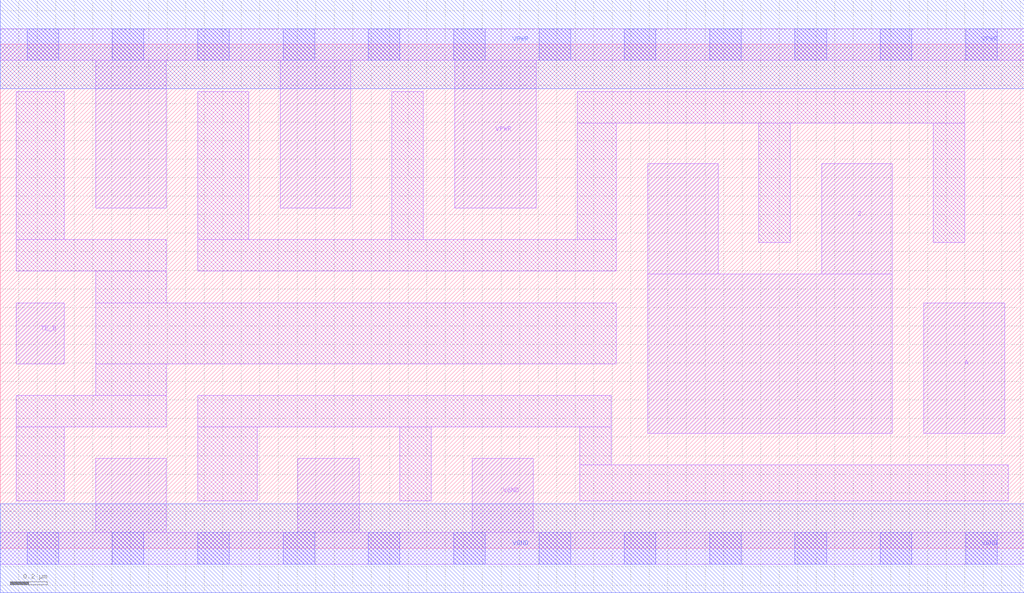
<source format=lef>
# Copyright 2020 The SkyWater PDK Authors
#
# Licensed under the Apache License, Version 2.0 (the "License");
# you may not use this file except in compliance with the License.
# You may obtain a copy of the License at
#
#     https://www.apache.org/licenses/LICENSE-2.0
#
# Unless required by applicable law or agreed to in writing, software
# distributed under the License is distributed on an "AS IS" BASIS,
# WITHOUT WARRANTIES OR CONDITIONS OF ANY KIND, either express or implied.
# See the License for the specific language governing permissions and
# limitations under the License.
#
# SPDX-License-Identifier: Apache-2.0

VERSION 5.7 ;
  NAMESCASESENSITIVE ON ;
  NOWIREEXTENSIONATPIN ON ;
  DIVIDERCHAR "/" ;
  BUSBITCHARS "[]" ;
UNITS
  DATABASE MICRONS 200 ;
END UNITS
PROPERTYDEFINITIONS
  MACRO maskLayoutSubType STRING ;
  MACRO prCellType STRING ;
  MACRO originalViewName STRING ;
END PROPERTYDEFINITIONS
MACRO sky130_fd_sc_hdll__einvn_4
  CLASS CORE ;
  FOREIGN sky130_fd_sc_hdll__einvn_4 ;
  ORIGIN  0.000000  0.000000 ;
  SIZE  5.520000 BY  2.720000 ;
  SYMMETRY X Y R90 ;
  SITE unithd ;
  PIN A
    ANTENNAGATEAREA  1.110000 ;
    DIRECTION INPUT ;
    USE SIGNAL ;
    PORT
      LAYER li1 ;
        RECT 4.980000 0.620000 5.415000 1.325000 ;
    END
  END A
  PIN TE_B
    ANTENNAGATEAREA  0.954300 ;
    DIRECTION INPUT ;
    USE SIGNAL ;
    PORT
      LAYER li1 ;
        RECT 0.085000 0.995000 0.345000 1.325000 ;
    END
  END TE_B
  PIN Z
    ANTENNADIFFAREA  0.996000 ;
    DIRECTION OUTPUT ;
    USE SIGNAL ;
    PORT
      LAYER li1 ;
        RECT 3.490000 0.620000 4.810000 1.480000 ;
        RECT 3.490000 1.480000 3.870000 2.075000 ;
        RECT 4.430000 1.480000 4.810000 2.075000 ;
    END
  END Z
  PIN VGND
    DIRECTION INOUT ;
    USE GROUND ;
    PORT
      LAYER li1 ;
        RECT 0.000000 -0.085000 5.520000 0.085000 ;
        RECT 0.515000  0.085000 0.895000 0.485000 ;
        RECT 1.605000  0.085000 1.935000 0.485000 ;
        RECT 2.545000  0.085000 2.875000 0.485000 ;
      LAYER mcon ;
        RECT 0.145000 -0.085000 0.315000 0.085000 ;
        RECT 0.605000 -0.085000 0.775000 0.085000 ;
        RECT 1.065000 -0.085000 1.235000 0.085000 ;
        RECT 1.525000 -0.085000 1.695000 0.085000 ;
        RECT 1.985000 -0.085000 2.155000 0.085000 ;
        RECT 2.445000 -0.085000 2.615000 0.085000 ;
        RECT 2.905000 -0.085000 3.075000 0.085000 ;
        RECT 3.365000 -0.085000 3.535000 0.085000 ;
        RECT 3.825000 -0.085000 3.995000 0.085000 ;
        RECT 4.285000 -0.085000 4.455000 0.085000 ;
        RECT 4.745000 -0.085000 4.915000 0.085000 ;
        RECT 5.205000 -0.085000 5.375000 0.085000 ;
      LAYER met1 ;
        RECT 0.000000 -0.240000 5.520000 0.240000 ;
    END
  END VGND
  PIN VPWR
    DIRECTION INOUT ;
    USE POWER ;
    PORT
      LAYER li1 ;
        RECT 0.000000 2.635000 5.520000 2.805000 ;
        RECT 0.515000 1.835000 0.895000 2.635000 ;
        RECT 1.510000 1.835000 1.890000 2.635000 ;
        RECT 2.450000 1.835000 2.890000 2.635000 ;
      LAYER mcon ;
        RECT 0.145000 2.635000 0.315000 2.805000 ;
        RECT 0.605000 2.635000 0.775000 2.805000 ;
        RECT 1.065000 2.635000 1.235000 2.805000 ;
        RECT 1.525000 2.635000 1.695000 2.805000 ;
        RECT 1.985000 2.635000 2.155000 2.805000 ;
        RECT 2.445000 2.635000 2.615000 2.805000 ;
        RECT 2.905000 2.635000 3.075000 2.805000 ;
        RECT 3.365000 2.635000 3.535000 2.805000 ;
        RECT 3.825000 2.635000 3.995000 2.805000 ;
        RECT 4.285000 2.635000 4.455000 2.805000 ;
        RECT 4.745000 2.635000 4.915000 2.805000 ;
        RECT 5.205000 2.635000 5.375000 2.805000 ;
      LAYER met1 ;
        RECT 0.000000 2.480000 5.520000 2.960000 ;
    END
  END VPWR
  OBS
    LAYER li1 ;
      RECT 0.085000 0.255000 0.345000 0.655000 ;
      RECT 0.085000 0.655000 0.895000 0.825000 ;
      RECT 0.085000 1.495000 0.895000 1.665000 ;
      RECT 0.085000 1.665000 0.345000 2.465000 ;
      RECT 0.515000 0.825000 0.895000 0.995000 ;
      RECT 0.515000 0.995000 3.320000 1.325000 ;
      RECT 0.515000 1.325000 0.895000 1.495000 ;
      RECT 1.065000 0.255000 1.385000 0.655000 ;
      RECT 1.065000 0.655000 3.295000 0.825000 ;
      RECT 1.065000 1.495000 3.320000 1.665000 ;
      RECT 1.065000 1.665000 1.340000 2.465000 ;
      RECT 2.110000 1.665000 2.280000 2.465000 ;
      RECT 2.155000 0.255000 2.325000 0.655000 ;
      RECT 3.110000 1.665000 3.320000 2.295000 ;
      RECT 3.110000 2.295000 5.200000 2.465000 ;
      RECT 3.125000 0.255000 5.435000 0.450000 ;
      RECT 3.125000 0.450000 3.295000 0.655000 ;
      RECT 4.090000 1.650000 4.260000 2.295000 ;
      RECT 5.030000 1.650000 5.200000 2.295000 ;
  END
  PROPERTY maskLayoutSubType "abstract" ;
  PROPERTY prCellType "standard" ;
  PROPERTY originalViewName "layout" ;
END sky130_fd_sc_hdll__einvn_4

</source>
